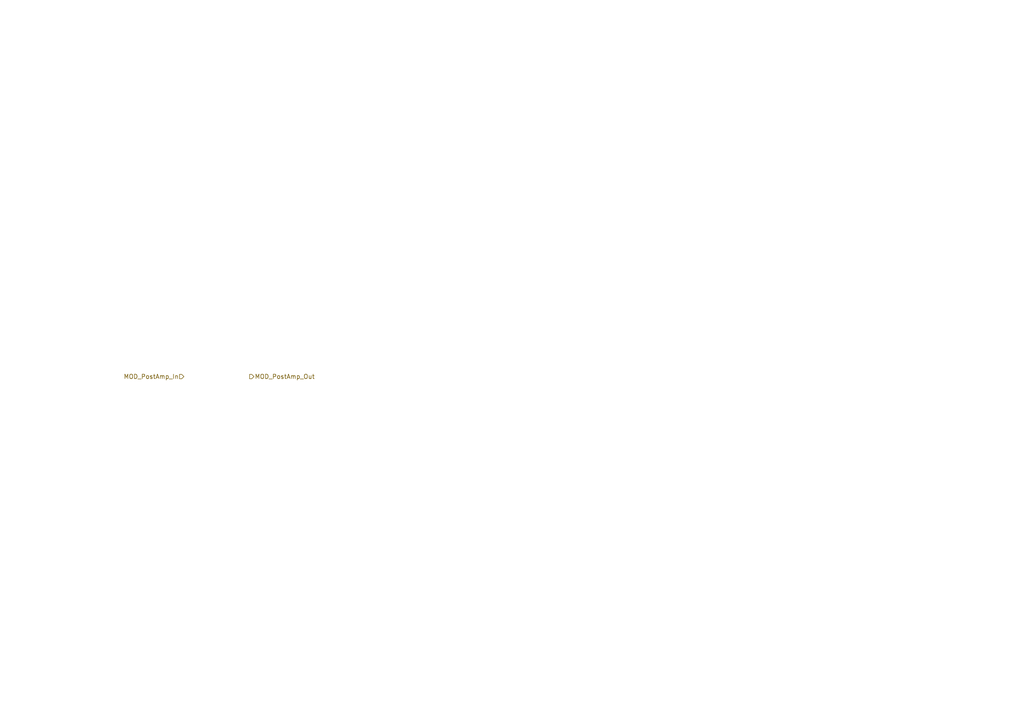
<source format=kicad_sch>
(kicad_sch (version 20230121) (generator eeschema)
  (paper "A4")
  (lib_symbols)
  (hierarchical_label "MOD_PostAmp_In" (shape input) (at 53.34 109.22 180))
  (hierarchical_label "MOD_PostAmp_Out" (shape output) (at 72.39 109.22 0))
)
</source>
